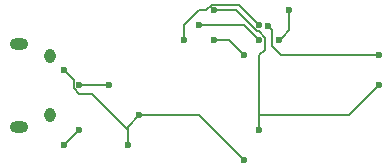
<source format=gbr>
G04 #@! TF.FileFunction,Copper,L2,Bot,Signal*
%FSLAX46Y46*%
G04 Gerber Fmt 4.6, Leading zero omitted, Abs format (unit mm)*
G04 Created by KiCad (PCBNEW 4.0.6-e0-6349~53~ubuntu16.04.1) date Sat Jun 17 13:56:32 2017*
%MOMM*%
%LPD*%
G01*
G04 APERTURE LIST*
%ADD10C,0.100000*%
%ADD11O,0.950000X1.250000*%
%ADD12O,1.550000X1.000000*%
%ADD13C,0.600000*%
%ADD14C,0.150000*%
%ADD15C,0.200000*%
G04 APERTURE END LIST*
D10*
D11*
X96600000Y-83860000D03*
X96600000Y-88860000D03*
D12*
X93900000Y-82860000D03*
X93900000Y-89860000D03*
D13*
X97790000Y-91440000D03*
X99060000Y-90170000D03*
X124460000Y-86360000D03*
X114300000Y-90170000D03*
X110490000Y-80010000D03*
X115029877Y-81338111D03*
X124460000Y-83820000D03*
X115975010Y-82550000D03*
X116840000Y-80010000D03*
X97790000Y-85090000D03*
X113030000Y-92710000D03*
X103190000Y-91440000D03*
X104140000Y-88900000D03*
X114300000Y-82550000D03*
X109220000Y-81280000D03*
X101600000Y-86360000D03*
X99060000Y-86360000D03*
X107950000Y-82550000D03*
X114300000Y-81280000D03*
X110490000Y-82550000D03*
X113030000Y-83820000D03*
D14*
X99060000Y-90170000D02*
X97790000Y-91440000D01*
D15*
X114800002Y-82309998D02*
X114800002Y-83319998D01*
X112289998Y-80010000D02*
X114059999Y-81780001D01*
X114270005Y-81780001D02*
X114800002Y-82309998D01*
X114059999Y-81780001D02*
X114270005Y-81780001D01*
X110490000Y-80010000D02*
X112289998Y-80010000D01*
X114300000Y-83820000D02*
X114300000Y-88900000D01*
X114800002Y-83319998D02*
X114300000Y-83820000D01*
X114300000Y-88900000D02*
X114300000Y-90170000D01*
X114300000Y-88900000D02*
X121920000Y-88900000D01*
X121920000Y-88900000D02*
X124460000Y-86360000D01*
X115329876Y-81638110D02*
X115029877Y-81338111D01*
X115334764Y-83054766D02*
X115334764Y-81642998D01*
X116099998Y-83820000D02*
X115334764Y-83054766D01*
X124460000Y-83820000D02*
X116099998Y-83820000D01*
X115334764Y-81642998D02*
X115329876Y-81638110D01*
X116275009Y-82250001D02*
X115975010Y-82550000D01*
X116840000Y-80010000D02*
X116840000Y-81685010D01*
X116840000Y-81685010D02*
X116275009Y-82250001D01*
D14*
X103190000Y-89850000D02*
X103190000Y-90170000D01*
X103190000Y-90170000D02*
X103190000Y-91440000D01*
X99060000Y-87063002D02*
X100083002Y-87063002D01*
X100083002Y-87063002D02*
X103190000Y-90170000D01*
X97790000Y-85090000D02*
X98584999Y-85884999D01*
X98584999Y-85884999D02*
X98584999Y-86588001D01*
X98584999Y-86588001D02*
X99060000Y-87063002D01*
X113030000Y-92710000D02*
X109220000Y-88900000D01*
X109220000Y-88900000D02*
X104140000Y-88900000D01*
X104140000Y-88900000D02*
X103190000Y-89850000D01*
X109220000Y-81280000D02*
X113030000Y-81280000D01*
X113030000Y-81280000D02*
X114300000Y-82550000D01*
X99060000Y-86360000D02*
X101600000Y-86360000D01*
X109220000Y-80010000D02*
X107950000Y-81280000D01*
X107950000Y-81280000D02*
X107950000Y-82550000D01*
X109786998Y-80010000D02*
X109220000Y-80010000D01*
X114300000Y-81280000D02*
X112554999Y-79534999D01*
X112554999Y-79534999D02*
X110261999Y-79534999D01*
X110261999Y-79534999D02*
X109786998Y-80010000D01*
X113030000Y-83820000D02*
X111760000Y-82550000D01*
X111760000Y-82550000D02*
X110490000Y-82550000D01*
M02*

</source>
